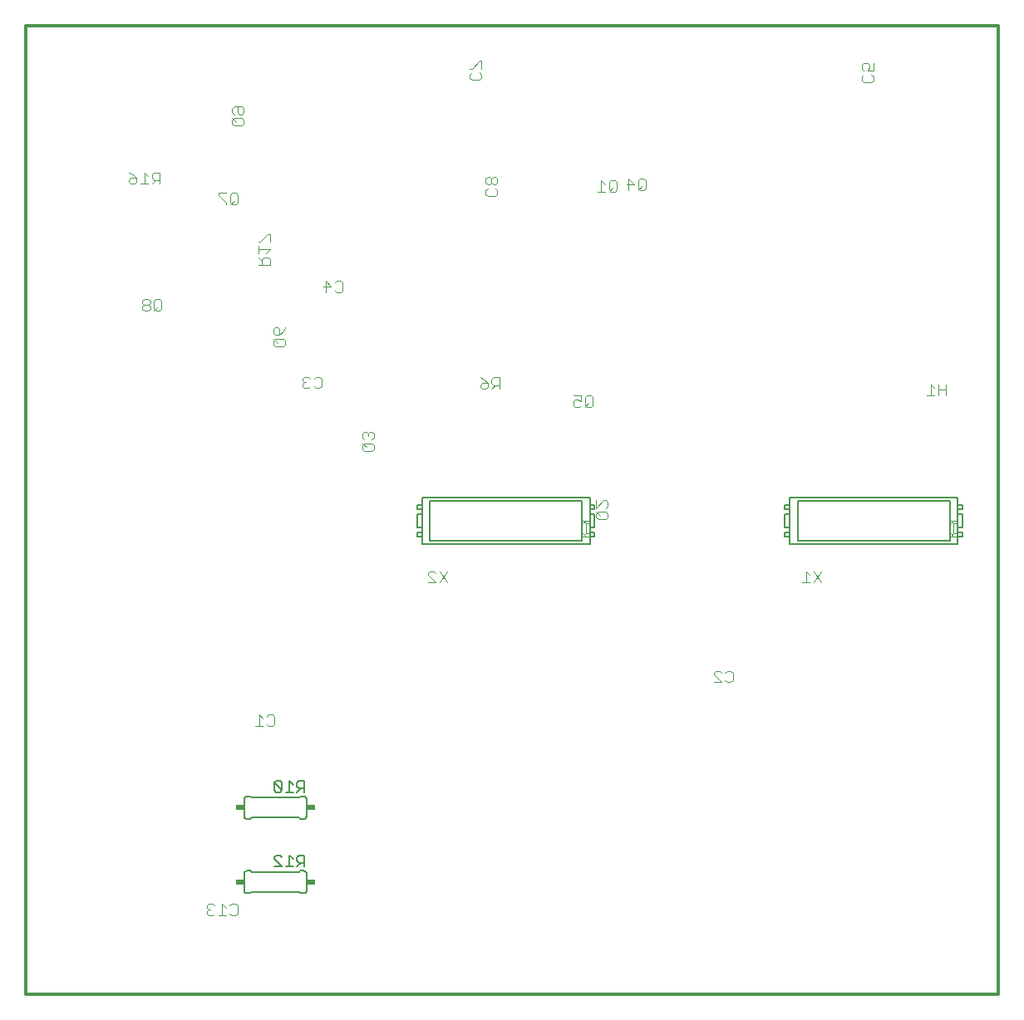
<source format=gbo>
G04 This is an RS-274x file exported by *
G04 gerbv version 2.6.0 *
G04 More information is available about gerbv at *
G04 http://gerbv.gpleda.org/ *
G04 --End of header info--*
%MOIN*%
%FSLAX34Y34*%
%IPPOS*%
G04 --Define apertures--*
%ADD10C,0.0120*%
%ADD11C,0.0050*%
%ADD12C,0.0080*%
%ADD13C,0.0040*%
%ADD14C,0.0060*%
%ADD15R,0.0340X0.0240*%
G04 --Start main section--*
G54D10*
G01X0001767Y0017570D02*
G01X0001767Y0056440D01*
G01X0001767Y0056440D02*
G01X0040759Y0056440D01*
G01X0040759Y0056440D02*
G01X0040759Y0017570D01*
G01X0040759Y0017570D02*
G01X0001767Y0017570D01*
G54D11*
G01X0012942Y0026133D02*
G01X0012942Y0025682D01*
G01X0012942Y0025833D02*
G01X0012716Y0025833D01*
G01X0012716Y0025833D02*
G01X0012641Y0025908D01*
G01X0012641Y0025908D02*
G01X0012641Y0026058D01*
G01X0012641Y0026058D02*
G01X0012716Y0026133D01*
G01X0012716Y0026133D02*
G01X0012942Y0026133D01*
G01X0012792Y0025833D02*
G01X0012641Y0025682D01*
G01X0012481Y0025682D02*
G01X0012181Y0025682D01*
G01X0012331Y0025682D02*
G01X0012331Y0026133D01*
G01X0012331Y0026133D02*
G01X0012481Y0025983D01*
G01X0012021Y0026058D02*
G01X0011946Y0026133D01*
G01X0011946Y0026133D02*
G01X0011796Y0026133D01*
G01X0011796Y0026133D02*
G01X0011721Y0026058D01*
G01X0011721Y0026058D02*
G01X0012021Y0025757D01*
G01X0012021Y0025757D02*
G01X0011946Y0025682D01*
G01X0011946Y0025682D02*
G01X0011796Y0025682D01*
G01X0011796Y0025682D02*
G01X0011721Y0025757D01*
G01X0011721Y0025757D02*
G01X0011721Y0026058D01*
G01X0012021Y0026058D02*
G01X0012021Y0025757D01*
G01X0011946Y0023145D02*
G01X0012021Y0023070D01*
G01X0011946Y0023145D02*
G01X0011796Y0023145D01*
G01X0011796Y0023145D02*
G01X0011721Y0023070D01*
G01X0011721Y0023070D02*
G01X0011721Y0022995D01*
G01X0011721Y0022995D02*
G01X0012021Y0022695D01*
G01X0012021Y0022695D02*
G01X0011721Y0022695D01*
G01X0012181Y0022695D02*
G01X0012481Y0022695D01*
G01X0012331Y0022695D02*
G01X0012331Y0023145D01*
G01X0012331Y0023145D02*
G01X0012481Y0022995D01*
G01X0012641Y0022920D02*
G01X0012716Y0022845D01*
G01X0012716Y0022845D02*
G01X0012942Y0022845D01*
G01X0012942Y0022695D02*
G01X0012942Y0023145D01*
G01X0012942Y0023145D02*
G01X0012716Y0023145D01*
G01X0012716Y0023145D02*
G01X0012641Y0023070D01*
G01X0012641Y0023070D02*
G01X0012641Y0022920D01*
G01X0012792Y0022845D02*
G01X0012641Y0022695D01*
G54D12*
G01X0017654Y0035625D02*
G01X0024379Y0035625D01*
G01X0024379Y0035625D02*
G01X0024379Y0037515D01*
G01X0024379Y0037515D02*
G01X0017654Y0037515D01*
G01X0017654Y0037515D02*
G01X0017654Y0035625D01*
G01X0017615Y0035940D02*
G01X0017458Y0035940D01*
G01X0017458Y0035940D02*
G01X0017458Y0036097D01*
G01X0017458Y0036097D02*
G01X0017615Y0036097D01*
G01X0017615Y0036294D02*
G01X0017458Y0036294D01*
G01X0017458Y0036294D02*
G01X0017458Y0036845D01*
G01X0017458Y0036845D02*
G01X0017615Y0036845D01*
G01X0017615Y0037042D02*
G01X0017458Y0037042D01*
G01X0017458Y0037042D02*
G01X0017458Y0037200D01*
G01X0017458Y0037200D02*
G01X0017615Y0037200D01*
G01X0017969Y0037357D02*
G01X0024064Y0037357D01*
G01X0024064Y0037357D02*
G01X0024064Y0035782D01*
G01X0024064Y0035782D02*
G01X0017969Y0035782D01*
G01X0017969Y0035782D02*
G01X0017969Y0037357D01*
G01X0024418Y0037200D02*
G01X0024576Y0037200D01*
G01X0024576Y0037200D02*
G01X0024576Y0037042D01*
G01X0024576Y0037042D02*
G01X0024418Y0037042D01*
G01X0024418Y0036845D02*
G01X0024576Y0036845D01*
G01X0024576Y0036845D02*
G01X0024576Y0036294D01*
G01X0024576Y0036294D02*
G01X0024418Y0036294D01*
G01X0024418Y0036097D02*
G01X0024576Y0036097D01*
G01X0024576Y0036097D02*
G01X0024576Y0035940D01*
G01X0024576Y0035940D02*
G01X0024418Y0035940D01*
G01X0032208Y0035940D02*
G01X0032208Y0036097D01*
G01X0032208Y0036097D02*
G01X0032365Y0036097D01*
G01X0032365Y0035940D02*
G01X0032208Y0035940D01*
G01X0032208Y0036294D02*
G01X0032208Y0036845D01*
G01X0032208Y0036845D02*
G01X0032365Y0036845D01*
G01X0032365Y0037042D02*
G01X0032208Y0037042D01*
G01X0032208Y0037042D02*
G01X0032208Y0037200D01*
G01X0032208Y0037200D02*
G01X0032365Y0037200D01*
G01X0032404Y0037515D02*
G01X0039129Y0037515D01*
G01X0039129Y0037515D02*
G01X0039129Y0035625D01*
G01X0039129Y0035625D02*
G01X0032404Y0035625D01*
G01X0032404Y0035625D02*
G01X0032404Y0037515D01*
G01X0032719Y0037357D02*
G01X0038814Y0037357D01*
G01X0038814Y0037357D02*
G01X0038814Y0035782D01*
G01X0038814Y0035782D02*
G01X0032719Y0035782D01*
G01X0032719Y0035782D02*
G01X0032719Y0037357D01*
G01X0032365Y0036294D02*
G01X0032208Y0036294D01*
G01X0039168Y0036294D02*
G01X0039326Y0036294D01*
G01X0039326Y0036294D02*
G01X0039326Y0036845D01*
G01X0039326Y0036845D02*
G01X0039168Y0036845D01*
G01X0039168Y0037042D02*
G01X0039326Y0037042D01*
G01X0039326Y0037042D02*
G01X0039326Y0037200D01*
G01X0039326Y0037200D02*
G01X0039168Y0037200D01*
G01X0039168Y0036097D02*
G01X0039326Y0036097D01*
G01X0039326Y0036097D02*
G01X0039326Y0035940D01*
G01X0039326Y0035940D02*
G01X0039168Y0035940D01*
G54D13*
G01X0039090Y0035940D02*
G01X0038971Y0035940D01*
G01X0038971Y0035940D02*
G01X0038853Y0036058D01*
G01X0038932Y0036019D02*
G01X0038971Y0036058D01*
G01X0038971Y0036058D02*
G01X0038971Y0036452D01*
G01X0038971Y0036452D02*
G01X0038932Y0036491D01*
G01X0038971Y0036452D02*
G01X0039090Y0036452D01*
G01X0039090Y0036570D02*
G01X0038971Y0036570D01*
G01X0038971Y0036570D02*
G01X0038853Y0036452D01*
G01X0038853Y0036570D02*
G01X0038971Y0036570D01*
G01X0038971Y0036058D02*
G01X0039090Y0036058D01*
G01X0038971Y0035940D02*
G01X0038853Y0035940D01*
G01X0033667Y0034550D02*
G01X0033361Y0034090D01*
G01X0033207Y0034090D02*
G01X0032900Y0034090D01*
G01X0033054Y0034090D02*
G01X0033054Y0034550D01*
G01X0033054Y0034550D02*
G01X0033207Y0034397D01*
G01X0033361Y0034550D02*
G01X0033667Y0034090D01*
G01X0030117Y0030474D02*
G01X0030117Y0030167D01*
G01X0030117Y0030167D02*
G01X0030041Y0030090D01*
G01X0030041Y0030090D02*
G01X0029887Y0030090D01*
G01X0029887Y0030090D02*
G01X0029811Y0030167D01*
G01X0029657Y0030090D02*
G01X0029350Y0030397D01*
G01X0029350Y0030397D02*
G01X0029350Y0030474D01*
G01X0029350Y0030474D02*
G01X0029427Y0030550D01*
G01X0029427Y0030550D02*
G01X0029580Y0030550D01*
G01X0029580Y0030550D02*
G01X0029657Y0030474D01*
G01X0029811Y0030474D02*
G01X0029887Y0030550D01*
G01X0029887Y0030550D02*
G01X0030041Y0030550D01*
G01X0030041Y0030550D02*
G01X0030117Y0030474D01*
G01X0029657Y0030090D02*
G01X0029350Y0030090D01*
G01X0024340Y0035940D02*
G01X0024221Y0035940D01*
G01X0024221Y0035940D02*
G01X0024103Y0036058D01*
G01X0024182Y0036019D02*
G01X0024221Y0036058D01*
G01X0024221Y0036058D02*
G01X0024221Y0036452D01*
G01X0024221Y0036452D02*
G01X0024182Y0036491D01*
G01X0024221Y0036452D02*
G01X0024340Y0036452D01*
G01X0024340Y0036570D02*
G01X0024221Y0036570D01*
G01X0024221Y0036570D02*
G01X0024103Y0036452D01*
G01X0024103Y0036570D02*
G01X0024221Y0036570D01*
G01X0024637Y0036696D02*
G01X0024713Y0036619D01*
G01X0024713Y0036619D02*
G01X0025020Y0036619D01*
G01X0025020Y0036619D02*
G01X0025097Y0036696D01*
G01X0025097Y0036696D02*
G01X0025097Y0036849D01*
G01X0025097Y0036849D02*
G01X0025020Y0036926D01*
G01X0025020Y0036926D02*
G01X0024713Y0036926D01*
G01X0024713Y0036926D02*
G01X0024637Y0036849D01*
G01X0024637Y0036849D02*
G01X0024637Y0036696D01*
G01X0024790Y0036773D02*
G01X0024637Y0036926D01*
G01X0024637Y0037079D02*
G01X0024944Y0037386D01*
G01X0024944Y0037386D02*
G01X0025020Y0037386D01*
G01X0025020Y0037386D02*
G01X0025097Y0037310D01*
G01X0025097Y0037310D02*
G01X0025097Y0037156D01*
G01X0025097Y0037156D02*
G01X0025020Y0037079D01*
G01X0024637Y0037079D02*
G01X0024637Y0037386D01*
G01X0024340Y0036058D02*
G01X0024221Y0036058D01*
G01X0024221Y0035940D02*
G01X0024103Y0035940D01*
G01X0018667Y0034550D02*
G01X0018361Y0034090D01*
G01X0018207Y0034090D02*
G01X0017900Y0034397D01*
G01X0017900Y0034397D02*
G01X0017900Y0034474D01*
G01X0017900Y0034474D02*
G01X0017977Y0034550D01*
G01X0017977Y0034550D02*
G01X0018130Y0034550D01*
G01X0018130Y0034550D02*
G01X0018207Y0034474D01*
G01X0018361Y0034550D02*
G01X0018667Y0034090D01*
G01X0018207Y0034090D02*
G01X0017900Y0034090D01*
G01X0015645Y0039369D02*
G01X0015722Y0039446D01*
G01X0015722Y0039446D02*
G01X0015722Y0039599D01*
G01X0015722Y0039599D02*
G01X0015645Y0039676D01*
G01X0015645Y0039676D02*
G01X0015338Y0039676D01*
G01X0015338Y0039676D02*
G01X0015262Y0039599D01*
G01X0015262Y0039599D02*
G01X0015262Y0039446D01*
G01X0015262Y0039446D02*
G01X0015338Y0039369D01*
G01X0015338Y0039369D02*
G01X0015645Y0039369D01*
G01X0015415Y0039523D02*
G01X0015262Y0039676D01*
G01X0015338Y0039829D02*
G01X0015262Y0039906D01*
G01X0015262Y0039906D02*
G01X0015262Y0040060D01*
G01X0015262Y0040060D02*
G01X0015338Y0040136D01*
G01X0015338Y0040136D02*
G01X0015415Y0040136D01*
G01X0015415Y0040136D02*
G01X0015492Y0040060D01*
G01X0015492Y0040060D02*
G01X0015492Y0039983D01*
G01X0015492Y0040060D02*
G01X0015569Y0040136D01*
G01X0015569Y0040136D02*
G01X0015645Y0040136D01*
G01X0015645Y0040136D02*
G01X0015722Y0040060D01*
G01X0015722Y0040060D02*
G01X0015722Y0039906D01*
G01X0015722Y0039906D02*
G01X0015645Y0039829D01*
G01X0013545Y0041890D02*
G01X0013391Y0041890D01*
G01X0013391Y0041890D02*
G01X0013315Y0041967D01*
G01X0013161Y0041967D02*
G01X0013085Y0041890D01*
G01X0013085Y0041890D02*
G01X0012931Y0041890D01*
G01X0012931Y0041890D02*
G01X0012854Y0041967D01*
G01X0012854Y0041967D02*
G01X0012854Y0042043D01*
G01X0012854Y0042043D02*
G01X0012931Y0042120D01*
G01X0012931Y0042120D02*
G01X0013008Y0042120D01*
G01X0012931Y0042120D02*
G01X0012854Y0042197D01*
G01X0012854Y0042197D02*
G01X0012854Y0042274D01*
G01X0012854Y0042274D02*
G01X0012931Y0042350D01*
G01X0012931Y0042350D02*
G01X0013085Y0042350D01*
G01X0013085Y0042350D02*
G01X0013161Y0042274D01*
G01X0013315Y0042274D02*
G01X0013391Y0042350D01*
G01X0013391Y0042350D02*
G01X0013545Y0042350D01*
G01X0013545Y0042350D02*
G01X0013622Y0042274D01*
G01X0013622Y0042274D02*
G01X0013622Y0041967D01*
G01X0013622Y0041967D02*
G01X0013545Y0041890D01*
G01X0012083Y0043565D02*
G01X0012160Y0043642D01*
G01X0012160Y0043642D02*
G01X0012160Y0043795D01*
G01X0012160Y0043795D02*
G01X0012083Y0043872D01*
G01X0012083Y0043872D02*
G01X0011776Y0043872D01*
G01X0011776Y0043872D02*
G01X0011699Y0043795D01*
G01X0011699Y0043795D02*
G01X0011699Y0043642D01*
G01X0011699Y0043642D02*
G01X0011776Y0043565D01*
G01X0011776Y0043565D02*
G01X0012083Y0043565D01*
G01X0011853Y0043718D02*
G01X0011699Y0043872D01*
G01X0011776Y0044025D02*
G01X0011699Y0044102D01*
G01X0011699Y0044102D02*
G01X0011699Y0044255D01*
G01X0011699Y0044255D02*
G01X0011776Y0044332D01*
G01X0011776Y0044332D02*
G01X0011853Y0044332D01*
G01X0011853Y0044332D02*
G01X0011929Y0044255D01*
G01X0011929Y0044255D02*
G01X0011929Y0044025D01*
G01X0011929Y0044025D02*
G01X0011776Y0044025D01*
G01X0011929Y0044025D02*
G01X0012083Y0044179D01*
G01X0012083Y0044179D02*
G01X0012160Y0044332D01*
G01X0013781Y0045740D02*
G01X0013781Y0046200D01*
G01X0013781Y0046200D02*
G01X0014011Y0045970D01*
G01X0014011Y0045970D02*
G01X0013704Y0045970D01*
G01X0014165Y0045817D02*
G01X0014241Y0045740D01*
G01X0014241Y0045740D02*
G01X0014395Y0045740D01*
G01X0014395Y0045740D02*
G01X0014472Y0045817D01*
G01X0014472Y0045817D02*
G01X0014472Y0046124D01*
G01X0014472Y0046124D02*
G01X0014395Y0046200D01*
G01X0014395Y0046200D02*
G01X0014241Y0046200D01*
G01X0014241Y0046200D02*
G01X0014165Y0046124D01*
G01X0011547Y0046840D02*
G01X0011547Y0047070D01*
G01X0011547Y0047070D02*
G01X0011470Y0047147D01*
G01X0011470Y0047147D02*
G01X0011317Y0047147D01*
G01X0011317Y0047147D02*
G01X0011240Y0047070D01*
G01X0011240Y0047070D02*
G01X0011240Y0046840D01*
G01X0011087Y0046840D02*
G01X0011547Y0046840D01*
G01X0011240Y0046993D02*
G01X0011087Y0047147D01*
G01X0011087Y0047300D02*
G01X0011087Y0047607D01*
G01X0011087Y0047454D02*
G01X0011547Y0047454D01*
G01X0011547Y0047454D02*
G01X0011394Y0047300D01*
G01X0011547Y0047761D02*
G01X0011547Y0048068D01*
G01X0011547Y0048068D02*
G01X0011470Y0048068D01*
G01X0011470Y0048068D02*
G01X0011163Y0047761D01*
G01X0011163Y0047761D02*
G01X0011087Y0047761D01*
G01X0010191Y0049265D02*
G01X0010267Y0049342D01*
G01X0010267Y0049342D02*
G01X0010267Y0049649D01*
G01X0010267Y0049649D02*
G01X0010191Y0049725D01*
G01X0010191Y0049725D02*
G01X0010037Y0049725D01*
G01X0010037Y0049725D02*
G01X0009961Y0049649D01*
G01X0009961Y0049649D02*
G01X0009961Y0049342D01*
G01X0009961Y0049342D02*
G01X0010037Y0049265D01*
G01X0010037Y0049265D02*
G01X0010191Y0049265D01*
G01X0010114Y0049418D02*
G01X0009961Y0049265D01*
G01X0009807Y0049265D02*
G01X0009807Y0049342D01*
G01X0009807Y0049342D02*
G01X0009500Y0049649D01*
G01X0009500Y0049649D02*
G01X0009500Y0049725D01*
G01X0009500Y0049725D02*
G01X0009807Y0049725D01*
G01X0007128Y0050090D02*
G01X0007128Y0050550D01*
G01X0007128Y0050550D02*
G01X0006898Y0050550D01*
G01X0006898Y0050550D02*
G01X0006821Y0050474D01*
G01X0006821Y0050474D02*
G01X0006821Y0050320D01*
G01X0006821Y0050320D02*
G01X0006898Y0050243D01*
G01X0006898Y0050243D02*
G01X0007128Y0050243D01*
G01X0006974Y0050243D02*
G01X0006821Y0050090D01*
G01X0006667Y0050090D02*
G01X0006361Y0050090D01*
G01X0006514Y0050090D02*
G01X0006514Y0050550D01*
G01X0006514Y0050550D02*
G01X0006667Y0050397D01*
G01X0006207Y0050320D02*
G01X0005977Y0050320D01*
G01X0005977Y0050320D02*
G01X0005900Y0050243D01*
G01X0005900Y0050243D02*
G01X0005900Y0050167D01*
G01X0005900Y0050167D02*
G01X0005977Y0050090D01*
G01X0005977Y0050090D02*
G01X0006130Y0050090D01*
G01X0006130Y0050090D02*
G01X0006207Y0050167D01*
G01X0006207Y0050167D02*
G01X0006207Y0050320D01*
G01X0006207Y0050320D02*
G01X0006054Y0050474D01*
G01X0006054Y0050474D02*
G01X0005900Y0050550D01*
G01X0010037Y0052496D02*
G01X0010113Y0052419D01*
G01X0010113Y0052419D02*
G01X0010420Y0052419D01*
G01X0010420Y0052419D02*
G01X0010497Y0052496D01*
G01X0010497Y0052496D02*
G01X0010497Y0052649D01*
G01X0010497Y0052649D02*
G01X0010420Y0052726D01*
G01X0010420Y0052726D02*
G01X0010113Y0052726D01*
G01X0010113Y0052726D02*
G01X0010037Y0052649D01*
G01X0010037Y0052649D02*
G01X0010037Y0052496D01*
G01X0010190Y0052573D02*
G01X0010037Y0052726D01*
G01X0010113Y0052879D02*
G01X0010037Y0052956D01*
G01X0010037Y0052956D02*
G01X0010037Y0053110D01*
G01X0010037Y0053110D02*
G01X0010113Y0053186D01*
G01X0010113Y0053186D02*
G01X0010420Y0053186D01*
G01X0010420Y0053186D02*
G01X0010497Y0053110D01*
G01X0010497Y0053110D02*
G01X0010497Y0052956D01*
G01X0010497Y0052956D02*
G01X0010420Y0052879D01*
G01X0010420Y0052879D02*
G01X0010344Y0052879D01*
G01X0010344Y0052879D02*
G01X0010267Y0052956D01*
G01X0010267Y0052956D02*
G01X0010267Y0053186D01*
G01X0007132Y0045463D02*
G01X0006979Y0045463D01*
G01X0006979Y0045463D02*
G01X0006902Y0045386D01*
G01X0006902Y0045386D02*
G01X0006902Y0045079D01*
G01X0006902Y0045079D02*
G01X0006979Y0045002D01*
G01X0006979Y0045002D02*
G01X0007132Y0045002D01*
G01X0007132Y0045002D02*
G01X0007209Y0045079D01*
G01X0007209Y0045079D02*
G01X0007209Y0045386D01*
G01X0007209Y0045386D02*
G01X0007132Y0045463D01*
G01X0007056Y0045156D02*
G01X0006902Y0045002D01*
G01X0006749Y0045079D02*
G01X0006749Y0045156D01*
G01X0006749Y0045156D02*
G01X0006672Y0045233D01*
G01X0006672Y0045233D02*
G01X0006519Y0045233D01*
G01X0006519Y0045233D02*
G01X0006442Y0045156D01*
G01X0006442Y0045156D02*
G01X0006442Y0045079D01*
G01X0006442Y0045079D02*
G01X0006519Y0045002D01*
G01X0006519Y0045002D02*
G01X0006672Y0045002D01*
G01X0006672Y0045002D02*
G01X0006749Y0045079D01*
G01X0006672Y0045233D02*
G01X0006749Y0045309D01*
G01X0006749Y0045309D02*
G01X0006749Y0045386D01*
G01X0006749Y0045386D02*
G01X0006672Y0045463D01*
G01X0006672Y0045463D02*
G01X0006519Y0045463D01*
G01X0006519Y0045463D02*
G01X0006442Y0045386D01*
G01X0006442Y0045386D02*
G01X0006442Y0045309D01*
G01X0006442Y0045309D02*
G01X0006519Y0045233D01*
G01X0019979Y0042325D02*
G01X0020133Y0042249D01*
G01X0020133Y0042249D02*
G01X0020286Y0042095D01*
G01X0020286Y0042095D02*
G01X0020056Y0042095D01*
G01X0020056Y0042095D02*
G01X0019979Y0042018D01*
G01X0019979Y0042018D02*
G01X0019979Y0041942D01*
G01X0019979Y0041942D02*
G01X0020056Y0041865D01*
G01X0020056Y0041865D02*
G01X0020210Y0041865D01*
G01X0020210Y0041865D02*
G01X0020286Y0041942D01*
G01X0020286Y0041942D02*
G01X0020286Y0042095D01*
G01X0020440Y0042095D02*
G01X0020516Y0042018D01*
G01X0020516Y0042018D02*
G01X0020747Y0042018D01*
G01X0020747Y0041865D02*
G01X0020747Y0042325D01*
G01X0020747Y0042325D02*
G01X0020516Y0042325D01*
G01X0020516Y0042325D02*
G01X0020440Y0042249D01*
G01X0020440Y0042249D02*
G01X0020440Y0042095D01*
G01X0020593Y0042018D02*
G01X0020440Y0041865D01*
G01X0023729Y0041600D02*
G01X0024036Y0041600D01*
G01X0024036Y0041600D02*
G01X0024036Y0041370D01*
G01X0024036Y0041370D02*
G01X0023883Y0041447D01*
G01X0023883Y0041447D02*
G01X0023806Y0041447D01*
G01X0023806Y0041447D02*
G01X0023729Y0041370D01*
G01X0023729Y0041370D02*
G01X0023729Y0041217D01*
G01X0023729Y0041217D02*
G01X0023806Y0041140D01*
G01X0023806Y0041140D02*
G01X0023960Y0041140D01*
G01X0023960Y0041140D02*
G01X0024036Y0041217D01*
G01X0024190Y0041217D02*
G01X0024266Y0041140D01*
G01X0024266Y0041140D02*
G01X0024420Y0041140D01*
G01X0024420Y0041140D02*
G01X0024497Y0041217D01*
G01X0024497Y0041217D02*
G01X0024497Y0041524D01*
G01X0024497Y0041524D02*
G01X0024420Y0041600D01*
G01X0024420Y0041600D02*
G01X0024266Y0041600D01*
G01X0024266Y0041600D02*
G01X0024190Y0041524D01*
G01X0024190Y0041524D02*
G01X0024190Y0041217D01*
G01X0024190Y0041140D02*
G01X0024343Y0041293D01*
G01X0024692Y0049777D02*
G01X0024999Y0049777D01*
G01X0025152Y0049777D02*
G01X0025306Y0049931D01*
G01X0025382Y0049777D02*
G01X0025459Y0049854D01*
G01X0025459Y0049854D02*
G01X0025459Y0050161D01*
G01X0025459Y0050161D02*
G01X0025382Y0050238D01*
G01X0025382Y0050238D02*
G01X0025229Y0050238D01*
G01X0025229Y0050238D02*
G01X0025152Y0050161D01*
G01X0025152Y0050161D02*
G01X0025152Y0049854D01*
G01X0025152Y0049854D02*
G01X0025229Y0049777D01*
G01X0025229Y0049777D02*
G01X0025382Y0049777D01*
G01X0024999Y0050084D02*
G01X0024845Y0050238D01*
G01X0024845Y0050238D02*
G01X0024845Y0049777D01*
G01X0025854Y0050070D02*
G01X0026161Y0050070D01*
G01X0026161Y0050070D02*
G01X0025931Y0050300D01*
G01X0025931Y0050300D02*
G01X0025931Y0049840D01*
G01X0026315Y0049840D02*
G01X0026468Y0049993D01*
G01X0026391Y0049840D02*
G01X0026545Y0049840D01*
G01X0026545Y0049840D02*
G01X0026622Y0049917D01*
G01X0026622Y0049917D02*
G01X0026622Y0050224D01*
G01X0026622Y0050224D02*
G01X0026545Y0050300D01*
G01X0026545Y0050300D02*
G01X0026391Y0050300D01*
G01X0026391Y0050300D02*
G01X0026315Y0050224D01*
G01X0026315Y0050224D02*
G01X0026315Y0049917D01*
G01X0026315Y0049917D02*
G01X0026391Y0049840D01*
G01X0020672Y0049833D02*
G01X0020672Y0049679D01*
G01X0020672Y0049679D02*
G01X0020595Y0049602D01*
G01X0020595Y0049602D02*
G01X0020288Y0049602D01*
G01X0020288Y0049602D02*
G01X0020212Y0049679D01*
G01X0020212Y0049679D02*
G01X0020212Y0049833D01*
G01X0020212Y0049833D02*
G01X0020288Y0049909D01*
G01X0020288Y0050063D02*
G01X0020365Y0050063D01*
G01X0020365Y0050063D02*
G01X0020442Y0050140D01*
G01X0020442Y0050140D02*
G01X0020442Y0050293D01*
G01X0020442Y0050293D02*
G01X0020365Y0050370D01*
G01X0020365Y0050370D02*
G01X0020288Y0050370D01*
G01X0020288Y0050370D02*
G01X0020212Y0050293D01*
G01X0020212Y0050293D02*
G01X0020212Y0050140D01*
G01X0020212Y0050140D02*
G01X0020288Y0050063D01*
G01X0020442Y0050140D02*
G01X0020519Y0050063D01*
G01X0020519Y0050063D02*
G01X0020595Y0050063D01*
G01X0020595Y0050063D02*
G01X0020672Y0050140D01*
G01X0020672Y0050140D02*
G01X0020672Y0050293D01*
G01X0020672Y0050293D02*
G01X0020595Y0050370D01*
G01X0020595Y0050370D02*
G01X0020519Y0050370D01*
G01X0020519Y0050370D02*
G01X0020442Y0050293D01*
G01X0020595Y0049909D02*
G01X0020672Y0049833D01*
G01X0019958Y0054252D02*
G01X0019651Y0054252D01*
G01X0019651Y0054252D02*
G01X0019574Y0054329D01*
G01X0019574Y0054329D02*
G01X0019574Y0054483D01*
G01X0019574Y0054483D02*
G01X0019651Y0054559D01*
G01X0019651Y0054713D02*
G01X0019574Y0054713D01*
G01X0019651Y0054713D02*
G01X0019958Y0055020D01*
G01X0019958Y0055020D02*
G01X0020035Y0055020D01*
G01X0020035Y0055020D02*
G01X0020035Y0054713D01*
G01X0019958Y0054559D02*
G01X0020035Y0054483D01*
G01X0020035Y0054483D02*
G01X0020035Y0054329D01*
G01X0020035Y0054329D02*
G01X0019958Y0054252D01*
G01X0035287Y0054246D02*
G01X0035287Y0054399D01*
G01X0035287Y0054399D02*
G01X0035363Y0054476D01*
G01X0035363Y0054629D02*
G01X0035287Y0054706D01*
G01X0035287Y0054706D02*
G01X0035287Y0054860D01*
G01X0035287Y0054860D02*
G01X0035363Y0054936D01*
G01X0035363Y0054936D02*
G01X0035517Y0054936D01*
G01X0035517Y0054936D02*
G01X0035594Y0054860D01*
G01X0035594Y0054860D02*
G01X0035594Y0054783D01*
G01X0035594Y0054783D02*
G01X0035517Y0054629D01*
G01X0035517Y0054629D02*
G01X0035747Y0054629D01*
G01X0035747Y0054629D02*
G01X0035747Y0054936D01*
G01X0035670Y0054476D02*
G01X0035747Y0054399D01*
G01X0035747Y0054399D02*
G01X0035747Y0054246D01*
G01X0035747Y0054246D02*
G01X0035670Y0054169D01*
G01X0035670Y0054169D02*
G01X0035363Y0054169D01*
G01X0035363Y0054169D02*
G01X0035287Y0054246D01*
G01X0038054Y0042050D02*
G01X0038054Y0041590D01*
G01X0038207Y0041590D02*
G01X0037900Y0041590D01*
G01X0038207Y0041897D02*
G01X0038054Y0042050D01*
G01X0038361Y0042050D02*
G01X0038361Y0041590D01*
G01X0038361Y0041820D02*
G01X0038667Y0041820D01*
G01X0038667Y0041590D02*
G01X0038667Y0042050D01*
G01X0011730Y0028711D02*
G01X0011730Y0028404D01*
G01X0011730Y0028404D02*
G01X0011653Y0028327D01*
G01X0011653Y0028327D02*
G01X0011500Y0028327D01*
G01X0011500Y0028327D02*
G01X0011423Y0028404D01*
G01X0011270Y0028327D02*
G01X0010963Y0028327D01*
G01X0011116Y0028327D02*
G01X0011116Y0028788D01*
G01X0011116Y0028788D02*
G01X0011270Y0028634D01*
G01X0011423Y0028711D02*
G01X0011500Y0028788D01*
G01X0011500Y0028788D02*
G01X0011653Y0028788D01*
G01X0011653Y0028788D02*
G01X0011730Y0028711D01*
G01X0010170Y0021200D02*
G01X0010247Y0021124D01*
G01X0010247Y0021124D02*
G01X0010247Y0020817D01*
G01X0010247Y0020817D02*
G01X0010170Y0020740D01*
G01X0010170Y0020740D02*
G01X0010016Y0020740D01*
G01X0010016Y0020740D02*
G01X0009940Y0020817D01*
G01X0009786Y0020740D02*
G01X0009479Y0020740D01*
G01X0009633Y0020740D02*
G01X0009633Y0021200D01*
G01X0009633Y0021200D02*
G01X0009786Y0021047D01*
G01X0009940Y0021124D02*
G01X0010016Y0021200D01*
G01X0010016Y0021200D02*
G01X0010170Y0021200D01*
G01X0009326Y0021124D02*
G01X0009249Y0021200D01*
G01X0009249Y0021200D02*
G01X0009096Y0021200D01*
G01X0009096Y0021200D02*
G01X0009019Y0021124D01*
G01X0009019Y0021124D02*
G01X0009019Y0021047D01*
G01X0009019Y0021047D02*
G01X0009096Y0020970D01*
G01X0009096Y0020970D02*
G01X0009019Y0020893D01*
G01X0009019Y0020893D02*
G01X0009019Y0020817D01*
G01X0009019Y0020817D02*
G01X0009096Y0020740D01*
G01X0009096Y0020740D02*
G01X0009249Y0020740D01*
G01X0009249Y0020740D02*
G01X0009326Y0020817D01*
G01X0009172Y0020970D02*
G01X0009096Y0020970D01*
G54D14*
G01X0010517Y0021720D02*
G01X0010517Y0022420D01*
G01X0010517Y0022420D02*
G01X0010519Y0022437D01*
G01X0010519Y0022437D02*
G01X0010523Y0022454D01*
G01X0010523Y0022454D02*
G01X0010530Y0022470D01*
G01X0010530Y0022470D02*
G01X0010540Y0022484D01*
G01X0010540Y0022484D02*
G01X0010553Y0022497D01*
G01X0010553Y0022497D02*
G01X0010567Y0022507D01*
G01X0010567Y0022507D02*
G01X0010583Y0022514D01*
G01X0010583Y0022514D02*
G01X0010600Y0022518D01*
G01X0010600Y0022518D02*
G01X0010617Y0022520D01*
G01X0010617Y0022520D02*
G01X0010767Y0022520D01*
G01X0010767Y0022520D02*
G01X0010817Y0022470D01*
G01X0010817Y0022470D02*
G01X0012717Y0022470D01*
G01X0012717Y0022470D02*
G01X0012767Y0022520D01*
G01X0012767Y0022520D02*
G01X0012917Y0022520D01*
G01X0012917Y0022520D02*
G01X0012934Y0022518D01*
G01X0012934Y0022518D02*
G01X0012951Y0022514D01*
G01X0012951Y0022514D02*
G01X0012967Y0022507D01*
G01X0012967Y0022507D02*
G01X0012981Y0022497D01*
G01X0012981Y0022497D02*
G01X0012994Y0022484D01*
G01X0012994Y0022484D02*
G01X0013004Y0022470D01*
G01X0013004Y0022470D02*
G01X0013011Y0022454D01*
G01X0013011Y0022454D02*
G01X0013015Y0022437D01*
G01X0013015Y0022437D02*
G01X0013017Y0022420D01*
G01X0013017Y0022420D02*
G01X0013017Y0021720D01*
G01X0013017Y0021720D02*
G01X0013015Y0021703D01*
G01X0013015Y0021703D02*
G01X0013011Y0021686D01*
G01X0013011Y0021686D02*
G01X0013004Y0021670D01*
G01X0013004Y0021670D02*
G01X0012994Y0021656D01*
G01X0012994Y0021656D02*
G01X0012981Y0021643D01*
G01X0012981Y0021643D02*
G01X0012967Y0021633D01*
G01X0012967Y0021633D02*
G01X0012951Y0021626D01*
G01X0012951Y0021626D02*
G01X0012934Y0021622D01*
G01X0012934Y0021622D02*
G01X0012917Y0021620D01*
G01X0012917Y0021620D02*
G01X0012767Y0021620D01*
G01X0012767Y0021620D02*
G01X0012717Y0021670D01*
G01X0012717Y0021670D02*
G01X0010817Y0021670D01*
G01X0010817Y0021670D02*
G01X0010767Y0021620D01*
G01X0010767Y0021620D02*
G01X0010617Y0021620D01*
G01X0010617Y0021620D02*
G01X0010600Y0021622D01*
G01X0010600Y0021622D02*
G01X0010583Y0021626D01*
G01X0010583Y0021626D02*
G01X0010567Y0021633D01*
G01X0010567Y0021633D02*
G01X0010553Y0021643D01*
G01X0010553Y0021643D02*
G01X0010540Y0021656D01*
G01X0010540Y0021656D02*
G01X0010530Y0021670D01*
G01X0010530Y0021670D02*
G01X0010523Y0021686D01*
G01X0010523Y0021686D02*
G01X0010519Y0021703D01*
G01X0010519Y0021703D02*
G01X0010517Y0021720D01*
G01X0010617Y0024607D02*
G01X0010767Y0024607D01*
G01X0010767Y0024607D02*
G01X0010817Y0024657D01*
G01X0010817Y0024657D02*
G01X0012717Y0024657D01*
G01X0012717Y0024657D02*
G01X0012767Y0024607D01*
G01X0012767Y0024607D02*
G01X0012917Y0024607D01*
G01X0012917Y0024607D02*
G01X0012934Y0024609D01*
G01X0012934Y0024609D02*
G01X0012951Y0024613D01*
G01X0012951Y0024613D02*
G01X0012967Y0024620D01*
G01X0012967Y0024620D02*
G01X0012981Y0024630D01*
G01X0012981Y0024630D02*
G01X0012994Y0024643D01*
G01X0012994Y0024643D02*
G01X0013004Y0024657D01*
G01X0013004Y0024657D02*
G01X0013011Y0024673D01*
G01X0013011Y0024673D02*
G01X0013015Y0024690D01*
G01X0013015Y0024690D02*
G01X0013017Y0024707D01*
G01X0013017Y0024707D02*
G01X0013017Y0025407D01*
G01X0013017Y0025407D02*
G01X0013015Y0025424D01*
G01X0013015Y0025424D02*
G01X0013011Y0025441D01*
G01X0013011Y0025441D02*
G01X0013004Y0025457D01*
G01X0013004Y0025457D02*
G01X0012994Y0025471D01*
G01X0012994Y0025471D02*
G01X0012981Y0025484D01*
G01X0012981Y0025484D02*
G01X0012967Y0025494D01*
G01X0012967Y0025494D02*
G01X0012951Y0025501D01*
G01X0012951Y0025501D02*
G01X0012934Y0025505D01*
G01X0012934Y0025505D02*
G01X0012917Y0025507D01*
G01X0012917Y0025507D02*
G01X0012767Y0025507D01*
G01X0012767Y0025507D02*
G01X0012717Y0025457D01*
G01X0012717Y0025457D02*
G01X0010817Y0025457D01*
G01X0010817Y0025457D02*
G01X0010767Y0025507D01*
G01X0010767Y0025507D02*
G01X0010617Y0025507D01*
G01X0010617Y0025507D02*
G01X0010600Y0025505D01*
G01X0010600Y0025505D02*
G01X0010583Y0025501D01*
G01X0010583Y0025501D02*
G01X0010567Y0025494D01*
G01X0010567Y0025494D02*
G01X0010553Y0025484D01*
G01X0010553Y0025484D02*
G01X0010540Y0025471D01*
G01X0010540Y0025471D02*
G01X0010530Y0025457D01*
G01X0010530Y0025457D02*
G01X0010523Y0025441D01*
G01X0010523Y0025441D02*
G01X0010519Y0025424D01*
G01X0010519Y0025424D02*
G01X0010517Y0025407D01*
G01X0010517Y0025407D02*
G01X0010517Y0024707D01*
G01X0010517Y0024707D02*
G01X0010519Y0024690D01*
G01X0010519Y0024690D02*
G01X0010523Y0024673D01*
G01X0010523Y0024673D02*
G01X0010530Y0024657D01*
G01X0010530Y0024657D02*
G01X0010540Y0024643D01*
G01X0010540Y0024643D02*
G01X0010553Y0024630D01*
G01X0010553Y0024630D02*
G01X0010567Y0024620D01*
G01X0010567Y0024620D02*
G01X0010583Y0024613D01*
G01X0010583Y0024613D02*
G01X0010600Y0024609D01*
G01X0010600Y0024609D02*
G01X0010617Y0024607D01*
G54D15*
G01X0010347Y0025057D03*
G01X0013187Y0025057D03*
G01X0013187Y0022070D03*
G01X0010347Y0022070D03*
M02*

</source>
